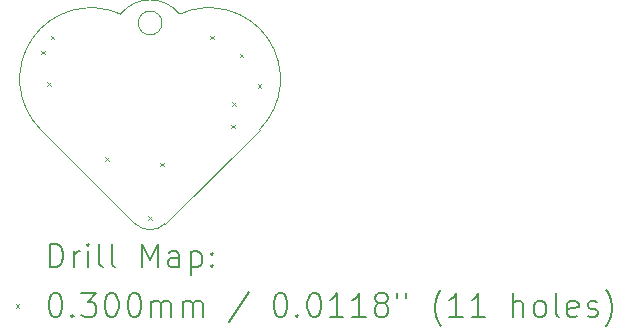
<source format=gbr>
%TF.GenerationSoftware,KiCad,Pcbnew,8.0.9-8.0.9-0~ubuntu20.04.1*%
%TF.CreationDate,2025-06-13T22:36:46+01:00*%
%TF.ProjectId,nfc-pcb-tag,6e66632d-7063-4622-9d74-61672e6b6963,rev?*%
%TF.SameCoordinates,Original*%
%TF.FileFunction,Drillmap*%
%TF.FilePolarity,Positive*%
%FSLAX45Y45*%
G04 Gerber Fmt 4.5, Leading zero omitted, Abs format (unit mm)*
G04 Created by KiCad (PCBNEW 8.0.9-8.0.9-0~ubuntu20.04.1) date 2025-06-13 22:36:46*
%MOMM*%
%LPD*%
G01*
G04 APERTURE LIST*
%ADD10C,0.100000*%
%ADD11C,0.050000*%
%ADD12C,0.200000*%
G04 APERTURE END LIST*
D10*
X8177200Y-4027200D02*
X7375000Y-4825000D01*
D11*
X7350000Y-3125000D02*
G75*
G02*
X7150000Y-3125000I-100000J0D01*
G01*
X7150000Y-3125000D02*
G75*
G02*
X7350000Y-3125000I100000J0D01*
G01*
D10*
X6322800Y-4027200D02*
G75*
G02*
X7000000Y-3050000I427200J427200D01*
G01*
X6322800Y-4027200D02*
X7125000Y-4825000D01*
D11*
X7000000Y-3050000D02*
G75*
G02*
X7500000Y-3050000I250000J-200000D01*
G01*
D10*
X7375000Y-4825000D02*
G75*
G02*
X7125000Y-4825000I-125000J125000D01*
G01*
X7500000Y-3050000D02*
G75*
G02*
X8177200Y-4027200I250000J-550000D01*
G01*
D12*
D10*
X6325909Y-3359421D02*
X6355909Y-3389421D01*
X6355909Y-3359421D02*
X6325909Y-3389421D01*
X6378326Y-3626158D02*
X6408326Y-3656158D01*
X6408326Y-3626158D02*
X6378326Y-3656158D01*
X6410000Y-3235000D02*
X6440000Y-3265000D01*
X6440000Y-3235000D02*
X6410000Y-3265000D01*
X6871426Y-4261574D02*
X6901426Y-4291574D01*
X6901426Y-4261574D02*
X6871426Y-4291574D01*
X7235000Y-4760000D02*
X7265000Y-4790000D01*
X7265000Y-4760000D02*
X7235000Y-4790000D01*
X7335000Y-4310000D02*
X7365000Y-4340000D01*
X7365000Y-4310000D02*
X7335000Y-4340000D01*
X7760000Y-3235000D02*
X7790000Y-3265000D01*
X7790000Y-3235000D02*
X7760000Y-3265000D01*
X7935000Y-3985000D02*
X7965000Y-4015000D01*
X7965000Y-3985000D02*
X7935000Y-4015000D01*
X7947535Y-3795455D02*
X7977535Y-3825455D01*
X7977535Y-3795455D02*
X7947535Y-3825455D01*
X8010000Y-3385000D02*
X8040000Y-3415000D01*
X8040000Y-3385000D02*
X8010000Y-3415000D01*
X8161112Y-3643741D02*
X8191112Y-3673741D01*
X8191112Y-3643741D02*
X8161112Y-3673741D01*
D12*
X6401625Y-5193260D02*
X6401625Y-4993260D01*
X6401625Y-4993260D02*
X6449244Y-4993260D01*
X6449244Y-4993260D02*
X6477815Y-5002784D01*
X6477815Y-5002784D02*
X6496863Y-5021832D01*
X6496863Y-5021832D02*
X6506386Y-5040879D01*
X6506386Y-5040879D02*
X6515910Y-5078975D01*
X6515910Y-5078975D02*
X6515910Y-5107546D01*
X6515910Y-5107546D02*
X6506386Y-5145641D01*
X6506386Y-5145641D02*
X6496863Y-5164689D01*
X6496863Y-5164689D02*
X6477815Y-5183737D01*
X6477815Y-5183737D02*
X6449244Y-5193260D01*
X6449244Y-5193260D02*
X6401625Y-5193260D01*
X6601625Y-5193260D02*
X6601625Y-5059927D01*
X6601625Y-5098022D02*
X6611148Y-5078975D01*
X6611148Y-5078975D02*
X6620672Y-5069451D01*
X6620672Y-5069451D02*
X6639720Y-5059927D01*
X6639720Y-5059927D02*
X6658767Y-5059927D01*
X6725434Y-5193260D02*
X6725434Y-5059927D01*
X6725434Y-4993260D02*
X6715910Y-5002784D01*
X6715910Y-5002784D02*
X6725434Y-5012308D01*
X6725434Y-5012308D02*
X6734958Y-5002784D01*
X6734958Y-5002784D02*
X6725434Y-4993260D01*
X6725434Y-4993260D02*
X6725434Y-5012308D01*
X6849244Y-5193260D02*
X6830196Y-5183737D01*
X6830196Y-5183737D02*
X6820672Y-5164689D01*
X6820672Y-5164689D02*
X6820672Y-4993260D01*
X6954005Y-5193260D02*
X6934958Y-5183737D01*
X6934958Y-5183737D02*
X6925434Y-5164689D01*
X6925434Y-5164689D02*
X6925434Y-4993260D01*
X7182577Y-5193260D02*
X7182577Y-4993260D01*
X7182577Y-4993260D02*
X7249244Y-5136118D01*
X7249244Y-5136118D02*
X7315910Y-4993260D01*
X7315910Y-4993260D02*
X7315910Y-5193260D01*
X7496863Y-5193260D02*
X7496863Y-5088499D01*
X7496863Y-5088499D02*
X7487339Y-5069451D01*
X7487339Y-5069451D02*
X7468291Y-5059927D01*
X7468291Y-5059927D02*
X7430196Y-5059927D01*
X7430196Y-5059927D02*
X7411148Y-5069451D01*
X7496863Y-5183737D02*
X7477815Y-5193260D01*
X7477815Y-5193260D02*
X7430196Y-5193260D01*
X7430196Y-5193260D02*
X7411148Y-5183737D01*
X7411148Y-5183737D02*
X7401625Y-5164689D01*
X7401625Y-5164689D02*
X7401625Y-5145641D01*
X7401625Y-5145641D02*
X7411148Y-5126594D01*
X7411148Y-5126594D02*
X7430196Y-5117070D01*
X7430196Y-5117070D02*
X7477815Y-5117070D01*
X7477815Y-5117070D02*
X7496863Y-5107546D01*
X7592101Y-5059927D02*
X7592101Y-5259927D01*
X7592101Y-5069451D02*
X7611148Y-5059927D01*
X7611148Y-5059927D02*
X7649244Y-5059927D01*
X7649244Y-5059927D02*
X7668291Y-5069451D01*
X7668291Y-5069451D02*
X7677815Y-5078975D01*
X7677815Y-5078975D02*
X7687339Y-5098022D01*
X7687339Y-5098022D02*
X7687339Y-5155165D01*
X7687339Y-5155165D02*
X7677815Y-5174213D01*
X7677815Y-5174213D02*
X7668291Y-5183737D01*
X7668291Y-5183737D02*
X7649244Y-5193260D01*
X7649244Y-5193260D02*
X7611148Y-5193260D01*
X7611148Y-5193260D02*
X7592101Y-5183737D01*
X7773053Y-5174213D02*
X7782577Y-5183737D01*
X7782577Y-5183737D02*
X7773053Y-5193260D01*
X7773053Y-5193260D02*
X7763529Y-5183737D01*
X7763529Y-5183737D02*
X7773053Y-5174213D01*
X7773053Y-5174213D02*
X7773053Y-5193260D01*
X7773053Y-5069451D02*
X7782577Y-5078975D01*
X7782577Y-5078975D02*
X7773053Y-5088499D01*
X7773053Y-5088499D02*
X7763529Y-5078975D01*
X7763529Y-5078975D02*
X7773053Y-5069451D01*
X7773053Y-5069451D02*
X7773053Y-5088499D01*
D10*
X6110848Y-5506777D02*
X6140848Y-5536777D01*
X6140848Y-5506777D02*
X6110848Y-5536777D01*
D12*
X6439720Y-5413260D02*
X6458767Y-5413260D01*
X6458767Y-5413260D02*
X6477815Y-5422784D01*
X6477815Y-5422784D02*
X6487339Y-5432308D01*
X6487339Y-5432308D02*
X6496863Y-5451356D01*
X6496863Y-5451356D02*
X6506386Y-5489451D01*
X6506386Y-5489451D02*
X6506386Y-5537070D01*
X6506386Y-5537070D02*
X6496863Y-5575165D01*
X6496863Y-5575165D02*
X6487339Y-5594213D01*
X6487339Y-5594213D02*
X6477815Y-5603737D01*
X6477815Y-5603737D02*
X6458767Y-5613260D01*
X6458767Y-5613260D02*
X6439720Y-5613260D01*
X6439720Y-5613260D02*
X6420672Y-5603737D01*
X6420672Y-5603737D02*
X6411148Y-5594213D01*
X6411148Y-5594213D02*
X6401625Y-5575165D01*
X6401625Y-5575165D02*
X6392101Y-5537070D01*
X6392101Y-5537070D02*
X6392101Y-5489451D01*
X6392101Y-5489451D02*
X6401625Y-5451356D01*
X6401625Y-5451356D02*
X6411148Y-5432308D01*
X6411148Y-5432308D02*
X6420672Y-5422784D01*
X6420672Y-5422784D02*
X6439720Y-5413260D01*
X6592101Y-5594213D02*
X6601625Y-5603737D01*
X6601625Y-5603737D02*
X6592101Y-5613260D01*
X6592101Y-5613260D02*
X6582577Y-5603737D01*
X6582577Y-5603737D02*
X6592101Y-5594213D01*
X6592101Y-5594213D02*
X6592101Y-5613260D01*
X6668291Y-5413260D02*
X6792101Y-5413260D01*
X6792101Y-5413260D02*
X6725434Y-5489451D01*
X6725434Y-5489451D02*
X6754006Y-5489451D01*
X6754006Y-5489451D02*
X6773053Y-5498975D01*
X6773053Y-5498975D02*
X6782577Y-5508499D01*
X6782577Y-5508499D02*
X6792101Y-5527546D01*
X6792101Y-5527546D02*
X6792101Y-5575165D01*
X6792101Y-5575165D02*
X6782577Y-5594213D01*
X6782577Y-5594213D02*
X6773053Y-5603737D01*
X6773053Y-5603737D02*
X6754006Y-5613260D01*
X6754006Y-5613260D02*
X6696863Y-5613260D01*
X6696863Y-5613260D02*
X6677815Y-5603737D01*
X6677815Y-5603737D02*
X6668291Y-5594213D01*
X6915910Y-5413260D02*
X6934958Y-5413260D01*
X6934958Y-5413260D02*
X6954006Y-5422784D01*
X6954006Y-5422784D02*
X6963529Y-5432308D01*
X6963529Y-5432308D02*
X6973053Y-5451356D01*
X6973053Y-5451356D02*
X6982577Y-5489451D01*
X6982577Y-5489451D02*
X6982577Y-5537070D01*
X6982577Y-5537070D02*
X6973053Y-5575165D01*
X6973053Y-5575165D02*
X6963529Y-5594213D01*
X6963529Y-5594213D02*
X6954006Y-5603737D01*
X6954006Y-5603737D02*
X6934958Y-5613260D01*
X6934958Y-5613260D02*
X6915910Y-5613260D01*
X6915910Y-5613260D02*
X6896863Y-5603737D01*
X6896863Y-5603737D02*
X6887339Y-5594213D01*
X6887339Y-5594213D02*
X6877815Y-5575165D01*
X6877815Y-5575165D02*
X6868291Y-5537070D01*
X6868291Y-5537070D02*
X6868291Y-5489451D01*
X6868291Y-5489451D02*
X6877815Y-5451356D01*
X6877815Y-5451356D02*
X6887339Y-5432308D01*
X6887339Y-5432308D02*
X6896863Y-5422784D01*
X6896863Y-5422784D02*
X6915910Y-5413260D01*
X7106386Y-5413260D02*
X7125434Y-5413260D01*
X7125434Y-5413260D02*
X7144482Y-5422784D01*
X7144482Y-5422784D02*
X7154006Y-5432308D01*
X7154006Y-5432308D02*
X7163529Y-5451356D01*
X7163529Y-5451356D02*
X7173053Y-5489451D01*
X7173053Y-5489451D02*
X7173053Y-5537070D01*
X7173053Y-5537070D02*
X7163529Y-5575165D01*
X7163529Y-5575165D02*
X7154006Y-5594213D01*
X7154006Y-5594213D02*
X7144482Y-5603737D01*
X7144482Y-5603737D02*
X7125434Y-5613260D01*
X7125434Y-5613260D02*
X7106386Y-5613260D01*
X7106386Y-5613260D02*
X7087339Y-5603737D01*
X7087339Y-5603737D02*
X7077815Y-5594213D01*
X7077815Y-5594213D02*
X7068291Y-5575165D01*
X7068291Y-5575165D02*
X7058767Y-5537070D01*
X7058767Y-5537070D02*
X7058767Y-5489451D01*
X7058767Y-5489451D02*
X7068291Y-5451356D01*
X7068291Y-5451356D02*
X7077815Y-5432308D01*
X7077815Y-5432308D02*
X7087339Y-5422784D01*
X7087339Y-5422784D02*
X7106386Y-5413260D01*
X7258767Y-5613260D02*
X7258767Y-5479927D01*
X7258767Y-5498975D02*
X7268291Y-5489451D01*
X7268291Y-5489451D02*
X7287339Y-5479927D01*
X7287339Y-5479927D02*
X7315910Y-5479927D01*
X7315910Y-5479927D02*
X7334958Y-5489451D01*
X7334958Y-5489451D02*
X7344482Y-5508499D01*
X7344482Y-5508499D02*
X7344482Y-5613260D01*
X7344482Y-5508499D02*
X7354006Y-5489451D01*
X7354006Y-5489451D02*
X7373053Y-5479927D01*
X7373053Y-5479927D02*
X7401625Y-5479927D01*
X7401625Y-5479927D02*
X7420672Y-5489451D01*
X7420672Y-5489451D02*
X7430196Y-5508499D01*
X7430196Y-5508499D02*
X7430196Y-5613260D01*
X7525434Y-5613260D02*
X7525434Y-5479927D01*
X7525434Y-5498975D02*
X7534958Y-5489451D01*
X7534958Y-5489451D02*
X7554006Y-5479927D01*
X7554006Y-5479927D02*
X7582577Y-5479927D01*
X7582577Y-5479927D02*
X7601625Y-5489451D01*
X7601625Y-5489451D02*
X7611148Y-5508499D01*
X7611148Y-5508499D02*
X7611148Y-5613260D01*
X7611148Y-5508499D02*
X7620672Y-5489451D01*
X7620672Y-5489451D02*
X7639720Y-5479927D01*
X7639720Y-5479927D02*
X7668291Y-5479927D01*
X7668291Y-5479927D02*
X7687339Y-5489451D01*
X7687339Y-5489451D02*
X7696863Y-5508499D01*
X7696863Y-5508499D02*
X7696863Y-5613260D01*
X8087339Y-5403737D02*
X7915910Y-5660879D01*
X8344482Y-5413260D02*
X8363530Y-5413260D01*
X8363530Y-5413260D02*
X8382577Y-5422784D01*
X8382577Y-5422784D02*
X8392101Y-5432308D01*
X8392101Y-5432308D02*
X8401625Y-5451356D01*
X8401625Y-5451356D02*
X8411149Y-5489451D01*
X8411149Y-5489451D02*
X8411149Y-5537070D01*
X8411149Y-5537070D02*
X8401625Y-5575165D01*
X8401625Y-5575165D02*
X8392101Y-5594213D01*
X8392101Y-5594213D02*
X8382577Y-5603737D01*
X8382577Y-5603737D02*
X8363530Y-5613260D01*
X8363530Y-5613260D02*
X8344482Y-5613260D01*
X8344482Y-5613260D02*
X8325434Y-5603737D01*
X8325434Y-5603737D02*
X8315910Y-5594213D01*
X8315910Y-5594213D02*
X8306387Y-5575165D01*
X8306387Y-5575165D02*
X8296863Y-5537070D01*
X8296863Y-5537070D02*
X8296863Y-5489451D01*
X8296863Y-5489451D02*
X8306387Y-5451356D01*
X8306387Y-5451356D02*
X8315910Y-5432308D01*
X8315910Y-5432308D02*
X8325434Y-5422784D01*
X8325434Y-5422784D02*
X8344482Y-5413260D01*
X8496863Y-5594213D02*
X8506387Y-5603737D01*
X8506387Y-5603737D02*
X8496863Y-5613260D01*
X8496863Y-5613260D02*
X8487339Y-5603737D01*
X8487339Y-5603737D02*
X8496863Y-5594213D01*
X8496863Y-5594213D02*
X8496863Y-5613260D01*
X8630196Y-5413260D02*
X8649244Y-5413260D01*
X8649244Y-5413260D02*
X8668292Y-5422784D01*
X8668292Y-5422784D02*
X8677815Y-5432308D01*
X8677815Y-5432308D02*
X8687339Y-5451356D01*
X8687339Y-5451356D02*
X8696863Y-5489451D01*
X8696863Y-5489451D02*
X8696863Y-5537070D01*
X8696863Y-5537070D02*
X8687339Y-5575165D01*
X8687339Y-5575165D02*
X8677815Y-5594213D01*
X8677815Y-5594213D02*
X8668292Y-5603737D01*
X8668292Y-5603737D02*
X8649244Y-5613260D01*
X8649244Y-5613260D02*
X8630196Y-5613260D01*
X8630196Y-5613260D02*
X8611149Y-5603737D01*
X8611149Y-5603737D02*
X8601625Y-5594213D01*
X8601625Y-5594213D02*
X8592101Y-5575165D01*
X8592101Y-5575165D02*
X8582577Y-5537070D01*
X8582577Y-5537070D02*
X8582577Y-5489451D01*
X8582577Y-5489451D02*
X8592101Y-5451356D01*
X8592101Y-5451356D02*
X8601625Y-5432308D01*
X8601625Y-5432308D02*
X8611149Y-5422784D01*
X8611149Y-5422784D02*
X8630196Y-5413260D01*
X8887339Y-5613260D02*
X8773053Y-5613260D01*
X8830196Y-5613260D02*
X8830196Y-5413260D01*
X8830196Y-5413260D02*
X8811149Y-5441832D01*
X8811149Y-5441832D02*
X8792101Y-5460879D01*
X8792101Y-5460879D02*
X8773053Y-5470403D01*
X9077815Y-5613260D02*
X8963530Y-5613260D01*
X9020672Y-5613260D02*
X9020672Y-5413260D01*
X9020672Y-5413260D02*
X9001625Y-5441832D01*
X9001625Y-5441832D02*
X8982577Y-5460879D01*
X8982577Y-5460879D02*
X8963530Y-5470403D01*
X9192101Y-5498975D02*
X9173053Y-5489451D01*
X9173053Y-5489451D02*
X9163530Y-5479927D01*
X9163530Y-5479927D02*
X9154006Y-5460879D01*
X9154006Y-5460879D02*
X9154006Y-5451356D01*
X9154006Y-5451356D02*
X9163530Y-5432308D01*
X9163530Y-5432308D02*
X9173053Y-5422784D01*
X9173053Y-5422784D02*
X9192101Y-5413260D01*
X9192101Y-5413260D02*
X9230196Y-5413260D01*
X9230196Y-5413260D02*
X9249244Y-5422784D01*
X9249244Y-5422784D02*
X9258768Y-5432308D01*
X9258768Y-5432308D02*
X9268292Y-5451356D01*
X9268292Y-5451356D02*
X9268292Y-5460879D01*
X9268292Y-5460879D02*
X9258768Y-5479927D01*
X9258768Y-5479927D02*
X9249244Y-5489451D01*
X9249244Y-5489451D02*
X9230196Y-5498975D01*
X9230196Y-5498975D02*
X9192101Y-5498975D01*
X9192101Y-5498975D02*
X9173053Y-5508499D01*
X9173053Y-5508499D02*
X9163530Y-5518022D01*
X9163530Y-5518022D02*
X9154006Y-5537070D01*
X9154006Y-5537070D02*
X9154006Y-5575165D01*
X9154006Y-5575165D02*
X9163530Y-5594213D01*
X9163530Y-5594213D02*
X9173053Y-5603737D01*
X9173053Y-5603737D02*
X9192101Y-5613260D01*
X9192101Y-5613260D02*
X9230196Y-5613260D01*
X9230196Y-5613260D02*
X9249244Y-5603737D01*
X9249244Y-5603737D02*
X9258768Y-5594213D01*
X9258768Y-5594213D02*
X9268292Y-5575165D01*
X9268292Y-5575165D02*
X9268292Y-5537070D01*
X9268292Y-5537070D02*
X9258768Y-5518022D01*
X9258768Y-5518022D02*
X9249244Y-5508499D01*
X9249244Y-5508499D02*
X9230196Y-5498975D01*
X9344482Y-5413260D02*
X9344482Y-5451356D01*
X9420673Y-5413260D02*
X9420673Y-5451356D01*
X9715911Y-5689451D02*
X9706387Y-5679927D01*
X9706387Y-5679927D02*
X9687339Y-5651356D01*
X9687339Y-5651356D02*
X9677815Y-5632308D01*
X9677815Y-5632308D02*
X9668292Y-5603737D01*
X9668292Y-5603737D02*
X9658768Y-5556118D01*
X9658768Y-5556118D02*
X9658768Y-5518022D01*
X9658768Y-5518022D02*
X9668292Y-5470403D01*
X9668292Y-5470403D02*
X9677815Y-5441832D01*
X9677815Y-5441832D02*
X9687339Y-5422784D01*
X9687339Y-5422784D02*
X9706387Y-5394213D01*
X9706387Y-5394213D02*
X9715911Y-5384689D01*
X9896863Y-5613260D02*
X9782577Y-5613260D01*
X9839720Y-5613260D02*
X9839720Y-5413260D01*
X9839720Y-5413260D02*
X9820673Y-5441832D01*
X9820673Y-5441832D02*
X9801625Y-5460879D01*
X9801625Y-5460879D02*
X9782577Y-5470403D01*
X10087339Y-5613260D02*
X9973054Y-5613260D01*
X10030196Y-5613260D02*
X10030196Y-5413260D01*
X10030196Y-5413260D02*
X10011149Y-5441832D01*
X10011149Y-5441832D02*
X9992101Y-5460879D01*
X9992101Y-5460879D02*
X9973054Y-5470403D01*
X10325435Y-5613260D02*
X10325435Y-5413260D01*
X10411149Y-5613260D02*
X10411149Y-5508499D01*
X10411149Y-5508499D02*
X10401625Y-5489451D01*
X10401625Y-5489451D02*
X10382577Y-5479927D01*
X10382577Y-5479927D02*
X10354006Y-5479927D01*
X10354006Y-5479927D02*
X10334958Y-5489451D01*
X10334958Y-5489451D02*
X10325435Y-5498975D01*
X10534958Y-5613260D02*
X10515911Y-5603737D01*
X10515911Y-5603737D02*
X10506387Y-5594213D01*
X10506387Y-5594213D02*
X10496863Y-5575165D01*
X10496863Y-5575165D02*
X10496863Y-5518022D01*
X10496863Y-5518022D02*
X10506387Y-5498975D01*
X10506387Y-5498975D02*
X10515911Y-5489451D01*
X10515911Y-5489451D02*
X10534958Y-5479927D01*
X10534958Y-5479927D02*
X10563530Y-5479927D01*
X10563530Y-5479927D02*
X10582577Y-5489451D01*
X10582577Y-5489451D02*
X10592101Y-5498975D01*
X10592101Y-5498975D02*
X10601625Y-5518022D01*
X10601625Y-5518022D02*
X10601625Y-5575165D01*
X10601625Y-5575165D02*
X10592101Y-5594213D01*
X10592101Y-5594213D02*
X10582577Y-5603737D01*
X10582577Y-5603737D02*
X10563530Y-5613260D01*
X10563530Y-5613260D02*
X10534958Y-5613260D01*
X10715911Y-5613260D02*
X10696863Y-5603737D01*
X10696863Y-5603737D02*
X10687339Y-5584689D01*
X10687339Y-5584689D02*
X10687339Y-5413260D01*
X10868292Y-5603737D02*
X10849244Y-5613260D01*
X10849244Y-5613260D02*
X10811149Y-5613260D01*
X10811149Y-5613260D02*
X10792101Y-5603737D01*
X10792101Y-5603737D02*
X10782577Y-5584689D01*
X10782577Y-5584689D02*
X10782577Y-5508499D01*
X10782577Y-5508499D02*
X10792101Y-5489451D01*
X10792101Y-5489451D02*
X10811149Y-5479927D01*
X10811149Y-5479927D02*
X10849244Y-5479927D01*
X10849244Y-5479927D02*
X10868292Y-5489451D01*
X10868292Y-5489451D02*
X10877816Y-5508499D01*
X10877816Y-5508499D02*
X10877816Y-5527546D01*
X10877816Y-5527546D02*
X10782577Y-5546594D01*
X10954006Y-5603737D02*
X10973054Y-5613260D01*
X10973054Y-5613260D02*
X11011149Y-5613260D01*
X11011149Y-5613260D02*
X11030197Y-5603737D01*
X11030197Y-5603737D02*
X11039720Y-5584689D01*
X11039720Y-5584689D02*
X11039720Y-5575165D01*
X11039720Y-5575165D02*
X11030197Y-5556118D01*
X11030197Y-5556118D02*
X11011149Y-5546594D01*
X11011149Y-5546594D02*
X10982577Y-5546594D01*
X10982577Y-5546594D02*
X10963530Y-5537070D01*
X10963530Y-5537070D02*
X10954006Y-5518022D01*
X10954006Y-5518022D02*
X10954006Y-5508499D01*
X10954006Y-5508499D02*
X10963530Y-5489451D01*
X10963530Y-5489451D02*
X10982577Y-5479927D01*
X10982577Y-5479927D02*
X11011149Y-5479927D01*
X11011149Y-5479927D02*
X11030197Y-5489451D01*
X11106387Y-5689451D02*
X11115911Y-5679927D01*
X11115911Y-5679927D02*
X11134958Y-5651356D01*
X11134958Y-5651356D02*
X11144482Y-5632308D01*
X11144482Y-5632308D02*
X11154006Y-5603737D01*
X11154006Y-5603737D02*
X11163530Y-5556118D01*
X11163530Y-5556118D02*
X11163530Y-5518022D01*
X11163530Y-5518022D02*
X11154006Y-5470403D01*
X11154006Y-5470403D02*
X11144482Y-5441832D01*
X11144482Y-5441832D02*
X11134958Y-5422784D01*
X11134958Y-5422784D02*
X11115911Y-5394213D01*
X11115911Y-5394213D02*
X11106387Y-5384689D01*
M02*

</source>
